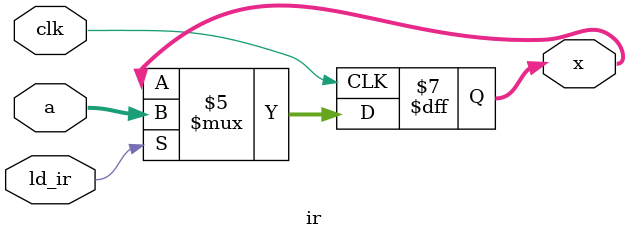
<source format=v>
module ir(clk, ld_ir, a, x);
	input clk, ld_ir;
	input [7:0] a;
	output reg [7:0] x=8'b0000_0000;
always @ (negedge clk)
begin
	if(ld_ir==1'b1)
	begin
		x=a;
	end
end
endmodule
</source>
